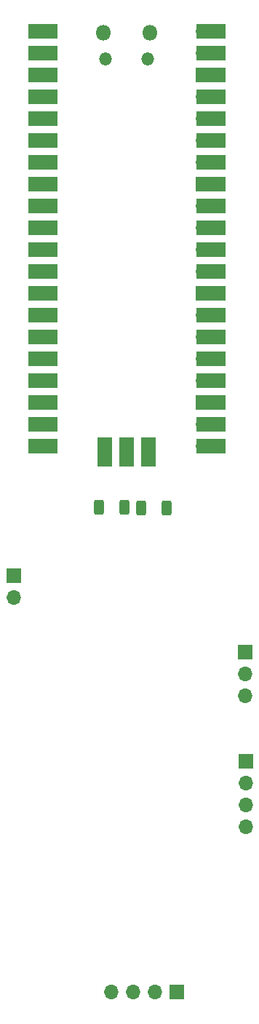
<source format=gbr>
%TF.GenerationSoftware,KiCad,Pcbnew,(7.0.0)*%
%TF.CreationDate,2023-05-30T18:27:12+05:30*%
%TF.ProjectId,voltmeter-pcb,766f6c74-6d65-4746-9572-2d7063622e6b,rev?*%
%TF.SameCoordinates,Original*%
%TF.FileFunction,Soldermask,Top*%
%TF.FilePolarity,Negative*%
%FSLAX46Y46*%
G04 Gerber Fmt 4.6, Leading zero omitted, Abs format (unit mm)*
G04 Created by KiCad (PCBNEW (7.0.0)) date 2023-05-30 18:27:12*
%MOMM*%
%LPD*%
G01*
G04 APERTURE LIST*
G04 Aperture macros list*
%AMRoundRect*
0 Rectangle with rounded corners*
0 $1 Rounding radius*
0 $2 $3 $4 $5 $6 $7 $8 $9 X,Y pos of 4 corners*
0 Add a 4 corners polygon primitive as box body*
4,1,4,$2,$3,$4,$5,$6,$7,$8,$9,$2,$3,0*
0 Add four circle primitives for the rounded corners*
1,1,$1+$1,$2,$3*
1,1,$1+$1,$4,$5*
1,1,$1+$1,$6,$7*
1,1,$1+$1,$8,$9*
0 Add four rect primitives between the rounded corners*
20,1,$1+$1,$2,$3,$4,$5,0*
20,1,$1+$1,$4,$5,$6,$7,0*
20,1,$1+$1,$6,$7,$8,$9,0*
20,1,$1+$1,$8,$9,$2,$3,0*%
G04 Aperture macros list end*
%ADD10R,1.700000X1.700000*%
%ADD11O,1.700000X1.700000*%
%ADD12O,1.800000X1.800000*%
%ADD13O,1.500000X1.500000*%
%ADD14R,3.500000X1.700000*%
%ADD15R,1.700000X3.500000*%
%ADD16RoundRect,0.250000X-0.312500X-0.625000X0.312500X-0.625000X0.312500X0.625000X-0.312500X0.625000X0*%
G04 APERTURE END LIST*
D10*
%TO.C,J1*%
X156022499Y-118719999D03*
D11*
X156022499Y-121259999D03*
X156022499Y-123799999D03*
%TD*%
D10*
%TO.C,J2*%
X156047499Y-131409999D03*
D11*
X156047499Y-133949999D03*
X156047499Y-136489999D03*
X156047499Y-139029999D03*
%TD*%
D12*
%TO.C,U1*%
X139472499Y-46659999D03*
D13*
X139772499Y-49689999D03*
X144622499Y-49689999D03*
D12*
X144922499Y-46659999D03*
D11*
X133307499Y-46529999D03*
D14*
X132407499Y-46529999D03*
D11*
X133307499Y-49069999D03*
D14*
X132407499Y-49069999D03*
D10*
X133307499Y-51609999D03*
D14*
X132407499Y-51609999D03*
D11*
X133307499Y-54149999D03*
D14*
X132407499Y-54149999D03*
D11*
X133307499Y-56689999D03*
D14*
X132407499Y-56689999D03*
D11*
X133307499Y-59229999D03*
D14*
X132407499Y-59229999D03*
D11*
X133307499Y-61769999D03*
D14*
X132407499Y-61769999D03*
D10*
X133307499Y-64309999D03*
D14*
X132407499Y-64309999D03*
D11*
X133307499Y-66849999D03*
D14*
X132407499Y-66849999D03*
D11*
X133307499Y-69389999D03*
D14*
X132407499Y-69389999D03*
D11*
X133307499Y-71929999D03*
D14*
X132407499Y-71929999D03*
D11*
X133307499Y-74469999D03*
D14*
X132407499Y-74469999D03*
D10*
X133307499Y-77009999D03*
D14*
X132407499Y-77009999D03*
D11*
X133307499Y-79549999D03*
D14*
X132407499Y-79549999D03*
D11*
X133307499Y-82089999D03*
D14*
X132407499Y-82089999D03*
D11*
X133307499Y-84629999D03*
D14*
X132407499Y-84629999D03*
D11*
X133307499Y-87169999D03*
D14*
X132407499Y-87169999D03*
D10*
X133307499Y-89709999D03*
D14*
X132407499Y-89709999D03*
D11*
X133307499Y-92249999D03*
D14*
X132407499Y-92249999D03*
D11*
X133307499Y-94789999D03*
D14*
X132407499Y-94789999D03*
D11*
X151087499Y-94789999D03*
D14*
X151987499Y-94789999D03*
D11*
X151087499Y-92249999D03*
D14*
X151987499Y-92249999D03*
D10*
X151087499Y-89709999D03*
D14*
X151987499Y-89709999D03*
D11*
X151087499Y-87169999D03*
D14*
X151987499Y-87169999D03*
D11*
X151087499Y-84629999D03*
D14*
X151987499Y-84629999D03*
D11*
X151087499Y-82089999D03*
D14*
X151987499Y-82089999D03*
D11*
X151087499Y-79549999D03*
D14*
X151987499Y-79549999D03*
D10*
X151087499Y-77009999D03*
D14*
X151987499Y-77009999D03*
D11*
X151087499Y-74469999D03*
D14*
X151987499Y-74469999D03*
D11*
X151087499Y-71929999D03*
D14*
X151987499Y-71929999D03*
D11*
X151087499Y-69389999D03*
D14*
X151987499Y-69389999D03*
D11*
X151087499Y-66849999D03*
D14*
X151987499Y-66849999D03*
D10*
X151087499Y-64309999D03*
D14*
X151987499Y-64309999D03*
D11*
X151087499Y-61769999D03*
D14*
X151987499Y-61769999D03*
D11*
X151087499Y-59229999D03*
D14*
X151987499Y-59229999D03*
D11*
X151087499Y-56689999D03*
D14*
X151987499Y-56689999D03*
D11*
X151087499Y-54149999D03*
D14*
X151987499Y-54149999D03*
D10*
X151087499Y-51609999D03*
D14*
X151987499Y-51609999D03*
D11*
X151087499Y-49069999D03*
D14*
X151987499Y-49069999D03*
D11*
X151087499Y-46529999D03*
D14*
X151987499Y-46529999D03*
D11*
X139657499Y-94559999D03*
D15*
X139657499Y-95459999D03*
D10*
X142197499Y-94559999D03*
D15*
X142197499Y-95459999D03*
D11*
X144737499Y-94559999D03*
D15*
X144737499Y-95459999D03*
%TD*%
D16*
%TO.C,R1*%
X139000000Y-101880000D03*
X141925000Y-101880000D03*
%TD*%
D10*
%TO.C,J4*%
X148002499Y-158289999D03*
D11*
X145462499Y-158289999D03*
X142922499Y-158289999D03*
X140382499Y-158289999D03*
%TD*%
D16*
%TO.C,R2*%
X143910000Y-101990000D03*
X146835000Y-101990000D03*
%TD*%
D10*
%TO.C,J3*%
X129022499Y-109849999D03*
D11*
X129022499Y-112389999D03*
%TD*%
M02*

</source>
